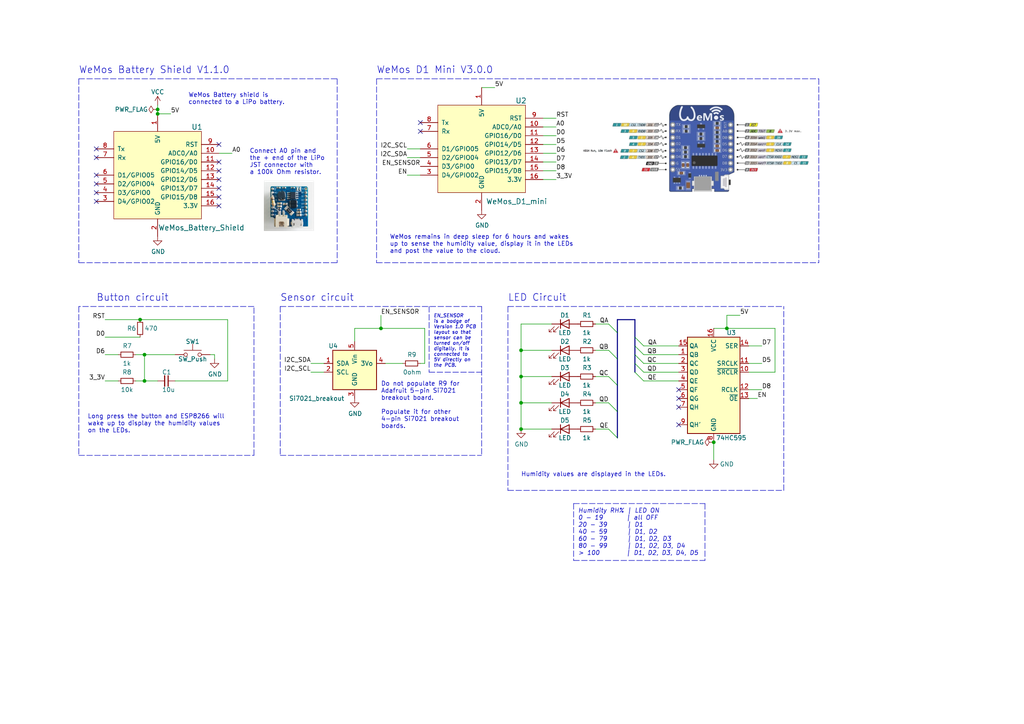
<source format=kicad_sch>
(kicad_sch (version 20211123) (generator eeschema)
  (paper "A4")
  (title_block (title "Cactus") (date "2019-03-27") (rev "V1.0") (company "Cactus@Hutscape") (comment 1 "Kitchen cupboard humidity sensor"))
  (lib_symbols
    (symbol "74xx:74HC595"
      (property "Reference" "U" (at -7.62 13.97 0))
      (property "Value" "74HC595" (at -7.62 -16.51 0))
      (symbol "74HC595_1_0"
        (pin tri_state line (at 10.16 7.62 180) (length 2.54) (name "QB") (number "1"))
        (pin input line (at -10.16 2.54 0) (length 2.54) (name "~{SRCLR}") (number "10"))
        (pin input line (at -10.16 5.08 0) (length 2.54) (name "SRCLK") (number "11"))
        (pin input line (at -10.16 -2.54 0) (length 2.54) (name "RCLK") (number "12"))
        (pin input line (at -10.16 -5.08 0) (length 2.54) (name "~{OE}") (number "13"))
        (pin input line (at -10.16 10.16 0) (length 2.54) (name "SER") (number "14"))
        (pin tri_state line (at 10.16 10.16 180) (length 2.54) (name "QA") (number "15"))
        (pin power_in line (at 0 15.24 270) (length 2.54) (name "VCC") (number "16"))
        (pin tri_state line (at 10.16 5.08 180) (length 2.54) (name "QC") (number "2"))
        (pin tri_state line (at 10.16 2.54 180) (length 2.54) (name "QD") (number "3"))
        (pin tri_state line (at 10.16 0 180) (length 2.54) (name "QE") (number "4"))
        (pin tri_state line (at 10.16 -2.54 180) (length 2.54) (name "QF") (number "5"))
        (pin tri_state line (at 10.16 -5.08 180) (length 2.54) (name "QG") (number "6"))
        (pin tri_state line (at 10.16 -7.62 180) (length 2.54) (name "QH") (number "7"))
        (pin power_in line (at 0 -17.78 90) (length 2.54) (name "GND") (number "8"))
        (pin output line (at 10.16 -12.7 180) (length 2.54) (name "QH'") (number "9"))
      )
      (symbol "74HC595_1_1"
        (rectangle (start -7.62 12.7) (end 7.62 -15.24) (stroke (width 0.254)) (fill (type background)))
      )
    )
    (symbol "Device:C_Small" (pin_numbers hide) (pin_names (offset 0.254) hide)
      (property "Reference" "C" (at 0.254 1.778 0))
      (property "Value" "C_Small" (at 0.254 -2.032 0))
      (symbol "C_Small_0_1"
        (polyline (pts (xy -1.524 -0.508) (xy 1.524 -0.508)) (stroke (width 0.3302)))
        (polyline (pts (xy -1.524 0.508) (xy 1.524 0.508)) (stroke (width 0.3048)))
      )
      (symbol "C_Small_1_1"
        (pin passive line (at 0 2.54 270) (length 2.032) (name "~") (number "1"))
        (pin passive line (at 0 -2.54 90) (length 2.032) (name "~") (number "2"))
      )
    )
    (symbol "Device:LED" (pin_numbers hide) (pin_names (offset 1.016) hide)
      (property "Reference" "D" (at 0 2.54 0))
      (property "Value" "LED" (at 0 -2.54 0))
      (symbol "LED_0_1"
        (polyline (pts (xy -1.27 -1.27) (xy -1.27 1.27)) (stroke (width 0.254)))
        (polyline (pts (xy -1.27 0) (xy 1.27 0)))
        (polyline (pts (xy 1.27 -1.27) (xy 1.27 1.27) (xy -1.27 0) (xy 1.27 -1.27)) (stroke (width 0.254)))
        (polyline (pts (xy -3.048 -0.762) (xy -4.572 -2.286) (xy -3.81 -2.286) (xy -4.572 -2.286) (xy -4.572 -1.524)))
        (polyline (pts (xy -1.778 -0.762) (xy -3.302 -2.286) (xy -2.54 -2.286) (xy -3.302 -2.286) (xy -3.302 -1.524)))
      )
      (symbol "LED_1_1"
        (pin passive line (at -3.81 0 0) (length 2.54) (name "K") (number "1"))
        (pin passive line (at 3.81 0 180) (length 2.54) (name "A") (number "2"))
      )
    )
    (symbol "Device:R_Small" (pin_numbers hide) (pin_names (offset 0.254) hide)
      (property "Reference" "R" (at 0.762 0.508 0))
      (property "Value" "R_Small" (at 0.762 -1.016 0))
      (symbol "R_Small_0_1"
        (rectangle (start -0.762 1.778) (end 0.762 -1.778) (stroke (width 0.2032)))
      )
      (symbol "R_Small_1_1"
        (pin passive line (at 0 2.54 270) (length 0.762) (name "~") (number "1"))
        (pin passive line (at 0 -2.54 90) (length 0.762) (name "~") (number "2"))
      )
    )
    (symbol "Si7021_Breakout_board:Si7021_breakout" (pin_names (offset 1.016))
      (property "Reference" "U" (at -6.35 7.62 0))
      (property "Value" "Si7021_breakout" (at 8.89 -8.89 0))
      (symbol "Si7021_breakout_0_1"
        (rectangle (start -6.35 5.08) (end 6.35 -6.35) (stroke (width 0.254)) (fill (type background)))
      )
      (symbol "Si7021_breakout_1_1"
        (pin bidirectional line (at -8.89 1.27 0) (length 2.54) (name "SDA") (number "1"))
        (pin input line (at -8.89 -1.27 0) (length 2.54) (name "SCL") (number "2"))
        (pin power_in line (at 0 -8.89 90) (length 2.54) (name "GND") (number "3"))
        (pin power_out line (at 8.89 1.27 180) (length 2.54) (name "3Vo") (number "4"))
        (pin power_in line (at 0 7.62 270) (length 2.54) (name "Vin") (number "5"))
      )
    )
    (symbol "Switch:SW_Push" (pin_numbers hide) (pin_names (offset 1.016) hide)
      (property "Reference" "SW" (at 1.27 2.54 0))
      (property "Value" "SW_Push" (at 0 -1.524 0))
      (symbol "SW_Push_0_1"
        (circle (center -2.032 0) (radius 0.508))
        (polyline (pts (xy 0 1.27) (xy 0 3.048)))
        (polyline (pts (xy 2.54 1.27) (xy -2.54 1.27)))
        (circle (center 2.032 0) (radius 0.508))
        (pin passive line (at -5.08 0 0) (length 2.54) (name "1") (number "1"))
        (pin passive line (at 5.08 0 180) (length 2.54) (name "2") (number "2"))
      )
    )
    (symbol "WeMos_D1_Mini_board:WeMos_Battery_Shield" (pin_names (offset 1.016))
      (property "Reference" "U" (at 11.43 13.97 0))
      (property "Value" "WeMos_Battery_Shield" (at 13.97 -13.97 0))
      (property "Datasheet" "http://www.wemos.cc/Products/d1_mini.html" (at 10.16 -17.78 0))
      (symbol "WeMos_Battery_Shield_0_1"
        (rectangle (start -12.7 12.7) (end 12.7 -12.7) (fill (type background)))
      )
      (symbol "WeMos_Battery_Shield_1_1"
        (pin power_in line (at 0 17.78 270) (length 5.08) (name "5V") (number "1"))
        (pin passive line (at 17.78 6.35 180) (length 5.08) (name "ADC0/A0") (number "10"))
        (pin passive line (at 17.78 3.81 180) (length 5.08) (name "GPIO16/D0") (number "11"))
        (pin passive line (at 17.78 1.27 180) (length 5.08) (name "GPIO14/D5") (number "12"))
        (pin passive line (at 17.78 -1.27 180) (length 5.08) (name "GPIO12/D6") (number "13"))
        (pin passive line (at 17.78 -3.81 180) (length 5.08) (name "GPIO13/D7") (number "14"))
        (pin passive line (at 17.78 -6.35 180) (length 5.08) (name "GPIO15/D8") (number "15"))
        (pin passive line (at 17.78 -8.89 180) (length 5.08) (name "3.3V") (number "16"))
        (pin power_in line (at 0 -17.78 90) (length 5.08) (name "GND") (number "2"))
        (pin passive line (at -17.78 -7.62 0) (length 5.08) (name "D4/GPIO02") (number "3"))
        (pin passive line (at -17.78 -5.08 0) (length 5.08) (name "D3/GPIO0") (number "4"))
        (pin passive line (at -17.78 -2.54 0) (length 5.08) (name "D2/GPIO04") (number "5"))
        (pin passive line (at -17.78 0 0) (length 5.08) (name "D1/GPIO05") (number "6"))
        (pin passive line (at -17.78 5.08 0) (length 5.08) (name "Rx") (number "7"))
        (pin passive line (at -17.78 7.62 0) (length 5.08) (name "Tx") (number "8"))
        (pin passive line (at 17.78 8.89 180) (length 5.08) (name "RST") (number "9"))
      )
    )
    (symbol "WeMos_D1_Mini_board:WeMos_D1_mini" (pin_names (offset 1.016))
      (property "Reference" "U" (at 11.43 13.97 0))
      (property "Value" "WeMos_D1_mini" (at 8.89 -13.97 0))
      (property "Datasheet" "http://www.wemos.cc/Products/d1_mini.html" (at 10.16 -17.78 0))
      (symbol "WeMos_D1_mini_0_1"
        (rectangle (start -12.7 12.7) (end 12.7 -12.7) (fill (type background)))
      )
      (symbol "WeMos_D1_mini_1_1"
        (pin power_in line (at 0 17.78 270) (length 5.08) (name "5V") (number "1"))
        (pin bidirectional line (at 17.78 6.35 180) (length 5.08) (name "ADC0/A0") (number "10"))
        (pin bidirectional line (at 17.78 3.81 180) (length 5.08) (name "GPIO16/D0") (number "11"))
        (pin bidirectional line (at 17.78 1.27 180) (length 5.08) (name "GPIO14/D5") (number "12"))
        (pin bidirectional line (at 17.78 -1.27 180) (length 5.08) (name "GPIO12/D6") (number "13"))
        (pin bidirectional line (at 17.78 -3.81 180) (length 5.08) (name "GPIO13/D7") (number "14"))
        (pin bidirectional line (at 17.78 -6.35 180) (length 5.08) (name "GPIO15/D8") (number "15"))
        (pin power_out line (at 17.78 -8.89 180) (length 5.08) (name "3.3V") (number "16"))
        (pin power_in line (at 0 -17.78 90) (length 5.08) (name "GND") (number "2"))
        (pin bidirectional line (at -17.78 -7.62 0) (length 5.08) (name "D4/GPIO02") (number "3"))
        (pin bidirectional line (at -17.78 -5.08 0) (length 5.08) (name "D3/GPIO0") (number "4"))
        (pin bidirectional line (at -17.78 -2.54 0) (length 5.08) (name "D2/GPIO04") (number "5"))
        (pin bidirectional line (at -17.78 0 0) (length 5.08) (name "D1/GPIO05") (number "6"))
        (pin bidirectional line (at -17.78 5.08 0) (length 5.08) (name "Rx") (number "7"))
        (pin bidirectional line (at -17.78 7.62 0) (length 5.08) (name "Tx") (number "8"))
        (pin bidirectional line (at 17.78 8.89 180) (length 5.08) (name "RST") (number "9"))
      )
    )
    (symbol "power:GND" (power) (pin_names (offset 0))
      (property "Value" "GND" (at 0 -3.81 0))
      (symbol "GND_0_1"
        (polyline (pts (xy 0 0) (xy 0 -1.27) (xy 1.27 -1.27) (xy 0 -2.54) (xy -1.27 -1.27) (xy 0 -1.27)))
      )
      (symbol "GND_1_1"
        (pin power_in line (at 0 0 270) (length 0) hide (name "GND") (number "1"))
      )
    )
    (symbol "power:PWR_FLAG" (power) (pin_numbers hide) (pin_names (offset 0) hide)
      (property "Value" "PWR_FLAG" (at 0 3.81 0))
      (symbol "PWR_FLAG_0_0"
        (pin power_out line (at 0 0 90) (length 0) (name "pwr") (number "1"))
      )
      (symbol "PWR_FLAG_0_1"
        (polyline (pts (xy 0 0) (xy 0 1.27) (xy -1.016 1.905) (xy 0 2.54) (xy 1.016 1.905) (xy 0 1.27)))
      )
    )
    (symbol "power:VCC" (power) (pin_names (offset 0))
      (property "Value" "VCC" (at 0 3.81 0))
      (symbol "VCC_0_1"
        (polyline (pts (xy -0.762 1.27) (xy 0 2.54)))
        (polyline (pts (xy 0 0) (xy 0 2.54)))
        (polyline (pts (xy 0 2.54) (xy 0.762 1.27)))
      )
      (symbol "VCC_1_1"
        (pin power_in line (at 0 0 90) (length 0) hide (name "VCC") (number "1"))
      )
    )
  )
  (junction (at 151.13 101.6))
  (junction (at 210.82 95.25))
  (junction (at 151.13 124.46))
  (junction (at 45.72 33.02))
  (junction (at 110.49 95.25))
  (junction (at 151.13 116.84))
  (junction (at 40.64 92.71))
  (junction (at 151.13 109.22))
  (junction (at 41.91 110.49))
  (junction (at 41.91 102.87))
  (junction (at 207.01 128.27))
  (junction (at 45.72 31.75))
  (no_connect (at 27.94 55.88))
  (no_connect (at 63.5 46.99))
  (no_connect (at 121.92 38.1))
  (no_connect (at 63.5 49.53))
  (no_connect (at 121.92 35.56))
  (no_connect (at 196.85 123.19))
  (no_connect (at 63.5 54.61))
  (no_connect (at 27.94 45.72))
  (no_connect (at 196.85 115.57))
  (no_connect (at 27.94 43.18))
  (no_connect (at 196.85 113.03))
  (no_connect (at 63.5 52.07))
  (no_connect (at 27.94 58.42))
  (no_connect (at 63.5 41.91))
  (no_connect (at 196.85 118.11))
  (no_connect (at 27.94 53.34))
  (no_connect (at 27.94 50.8))
  (no_connect (at 63.5 57.15))
  (no_connect (at 63.5 59.69))
  (bus_entry (at 184.15 100.33) (size 2.54 2.54))
  (bus_entry (at 184.15 105.41) (size 2.54 2.54))
  (bus_entry (at 184.15 102.87) (size 2.54 2.54))
  (bus_entry (at 176.53 124.46) (size 2.54 2.54))
  (bus_entry (at 184.15 107.95) (size 2.54 2.54))
  (bus_entry (at 176.53 93.98) (size 2.54 2.54))
  (bus_entry (at 176.53 116.84) (size 2.54 2.54))
  (bus_entry (at 176.53 109.22) (size 2.54 2.54))
  (bus_entry (at 176.53 101.6) (size 2.54 2.54))
  (bus_entry (at 184.15 97.79) (size 2.54 2.54))
  (polyline (pts (xy 22.86 132.08) (xy 73.66 132.08)))
  (polyline (pts (xy 22.86 76.2) (xy 97.79 76.2)))
  (bus (pts (xy 184.15 102.87) (xy 184.15 105.41)))
  (polyline (pts (xy 97.79 22.86) (xy 97.79 76.2)))
  (wire (pts (xy 157.48 46.99) (xy 161.29 46.99)))
  (wire (pts (xy 186.69 107.95) (xy 196.85 107.95)))
  (wire (pts (xy 151.13 101.6) (xy 160.02 101.6)))
  (wire (pts (xy 210.82 91.44) (xy 214.63 91.44)))
  (polyline (pts (xy 166.37 146.05) (xy 204.47 146.05)))
  (wire (pts (xy 45.72 33.02) (xy 49.53 33.02)))
  (wire (pts (xy 40.64 92.71) (xy 66.04 92.71)))
  (wire (pts (xy 172.72 109.22) (xy 176.53 109.22)))
  (wire (pts (xy 40.64 97.79) (xy 30.48 97.79)))
  (wire (pts (xy 172.72 116.84) (xy 176.53 116.84)))
  (wire (pts (xy 172.72 124.46) (xy 176.53 124.46)))
  (wire (pts (xy 102.87 95.25) (xy 102.87 99.06)))
  (polyline (pts (xy 227.33 142.24) (xy 227.33 88.9)))
  (bus (pts (xy 184.15 100.33) (xy 184.15 102.87)))
  (wire (pts (xy 186.69 100.33) (xy 196.85 100.33)))
  (wire (pts (xy 39.37 110.49) (xy 41.91 110.49)))
  (wire (pts (xy 151.13 116.84) (xy 151.13 124.46)))
  (wire (pts (xy 217.17 115.57) (xy 219.71 115.57)))
  (bus (pts (xy 184.15 105.41) (xy 184.15 107.95)))
  (wire (pts (xy 210.82 95.25) (xy 210.82 91.44)))
  (wire (pts (xy 217.17 107.95) (xy 224.79 107.95)))
  (wire (pts (xy 186.69 105.41) (xy 196.85 105.41)))
  (wire (pts (xy 66.04 92.71) (xy 66.04 110.49)))
  (wire (pts (xy 157.48 49.53) (xy 161.29 49.53)))
  (wire (pts (xy 34.29 110.49) (xy 30.48 110.49)))
  (wire (pts (xy 157.48 44.45) (xy 161.29 44.45)))
  (wire (pts (xy 41.91 102.87) (xy 41.91 110.49)))
  (wire (pts (xy 41.91 102.87) (xy 50.8 102.87)))
  (polyline (pts (xy 124.46 107.95) (xy 139.7 107.95)))
  (polyline (pts (xy 166.37 146.05) (xy 166.37 162.56)))
  (wire (pts (xy 90.17 107.95) (xy 93.98 107.95)))
  (bus (pts (xy 184.15 92.71) (xy 184.15 97.79)))
  (wire (pts (xy 93.98 105.41) (xy 90.17 105.41)))
  (wire (pts (xy 151.13 124.46) (xy 160.02 124.46)))
  (polyline (pts (xy 147.32 88.9) (xy 227.33 88.9)))
  (wire (pts (xy 217.17 105.41) (xy 220.98 105.41)))
  (wire (pts (xy 139.7 25.4) (xy 143.51 25.4)))
  (bus (pts (xy 179.07 119.38) (xy 179.07 127)))
  (wire (pts (xy 121.92 45.72) (xy 118.11 45.72)))
  (wire (pts (xy 207.01 95.25) (xy 210.82 95.25)))
  (wire (pts (xy 157.48 36.83) (xy 161.29 36.83)))
  (wire (pts (xy 62.23 102.87) (xy 62.23 104.14)))
  (wire (pts (xy 157.48 41.91) (xy 161.29 41.91)))
  (bus (pts (xy 179.07 104.14) (xy 179.07 111.76)))
  (wire (pts (xy 110.49 95.25) (xy 110.49 91.44)))
  (polyline (pts (xy 166.37 162.56) (xy 204.47 162.56)))
  (polyline (pts (xy 73.66 88.9) (xy 22.86 88.9)))
  (wire (pts (xy 110.49 95.25) (xy 123.19 95.25)))
  (wire (pts (xy 207.01 128.27) (xy 207.01 133.35)))
  (wire (pts (xy 123.19 95.25) (xy 123.19 105.41)))
  (wire (pts (xy 63.5 44.45) (xy 67.31 44.45)))
  (wire (pts (xy 186.69 102.87) (xy 196.85 102.87)))
  (wire (pts (xy 39.37 102.87) (xy 41.91 102.87)))
  (polyline (pts (xy 204.47 146.05) (xy 204.47 162.56)))
  (polyline (pts (xy 22.86 88.9) (xy 22.86 132.08)))
  (wire (pts (xy 224.79 95.25) (xy 224.79 107.95)))
  (bus (pts (xy 184.15 97.79) (xy 184.15 100.33)))
  (polyline (pts (xy 81.28 88.9) (xy 81.28 132.08)))
  (wire (pts (xy 121.92 43.18) (xy 118.11 43.18)))
  (polyline (pts (xy 81.28 132.08) (xy 139.7 132.08)))
  (bus (pts (xy 179.07 92.71) (xy 179.07 96.52)))
  (polyline (pts (xy 22.86 22.86) (xy 97.79 22.86)))
  (wire (pts (xy 151.13 116.84) (xy 160.02 116.84)))
  (wire (pts (xy 186.69 110.49) (xy 196.85 110.49)))
  (polyline (pts (xy 147.32 88.9) (xy 147.32 142.24)))
  (polyline (pts (xy 81.28 88.9) (xy 139.7 88.9)))
  (wire (pts (xy 123.19 105.41) (xy 121.92 105.41)))
  (wire (pts (xy 34.29 102.87) (xy 30.48 102.87)))
  (wire (pts (xy 41.91 110.49) (xy 45.72 110.49)))
  (wire (pts (xy 151.13 93.98) (xy 160.02 93.98)))
  (wire (pts (xy 210.82 95.25) (xy 224.79 95.25)))
  (wire (pts (xy 60.96 102.87) (xy 62.23 102.87)))
  (wire (pts (xy 151.13 109.22) (xy 160.02 109.22)))
  (bus (pts (xy 179.07 111.76) (xy 179.07 119.38)))
  (wire (pts (xy 217.17 113.03) (xy 220.98 113.03)))
  (wire (pts (xy 151.13 93.98) (xy 151.13 101.6)))
  (wire (pts (xy 151.13 109.22) (xy 151.13 116.84)))
  (wire (pts (xy 45.72 30.48) (xy 45.72 31.75)))
  (wire (pts (xy 151.13 101.6) (xy 151.13 109.22)))
  (wire (pts (xy 40.64 92.71) (xy 30.48 92.71)))
  (polyline (pts (xy 109.22 22.86) (xy 109.22 76.2)))
  (polyline (pts (xy 22.86 22.86) (xy 22.86 76.2)))
  (polyline (pts (xy 73.66 132.08) (xy 73.66 88.9)))
  (polyline (pts (xy 109.22 22.86) (xy 237.49 22.86)))
  (polyline (pts (xy 237.49 22.86) (xy 237.49 76.2)))
  (wire (pts (xy 102.87 95.25) (xy 110.49 95.25)))
  (wire (pts (xy 157.48 34.29) (xy 161.29 34.29)))
  (bus (pts (xy 179.07 96.52) (xy 179.07 104.14)))
  (polyline (pts (xy 109.22 76.2) (xy 237.49 76.2)))
  (polyline (pts (xy 139.7 88.9) (xy 139.7 132.08)))
  (wire (pts (xy 157.48 39.37) (xy 161.29 39.37)))
  (polyline (pts (xy 124.46 88.9) (xy 124.46 107.95)))
  (wire (pts (xy 121.92 50.8) (xy 118.11 50.8)))
  (wire (pts (xy 172.72 101.6) (xy 176.53 101.6)))
  (wire (pts (xy 172.72 93.98) (xy 176.53 93.98)))
  (wire (pts (xy 45.72 31.75) (xy 45.72 33.02)))
  (wire (pts (xy 157.48 52.07) (xy 161.29 52.07)))
  (wire (pts (xy 111.76 105.41) (xy 116.84 105.41)))
  (wire (pts (xy 217.17 100.33) (xy 220.98 100.33)))
  (bus (pts (xy 179.07 92.71) (xy 184.15 92.71)))
  (wire (pts (xy 66.04 110.49) (xy 50.8 110.49)))
  (polyline (pts (xy 147.32 142.24) (xy 227.33 142.24)))
  (image (at 201.93 43.18))
  (image (at 83.82 59.69) (scale 0.2))
  (text "Long press the button and ESP8266 will \nwake up to display the humidity values \non the LEDs." (at 25.4 125.73 0) (effects (font (size 1.27 1.27)) (justify left bottom)))
  (text "Humidity values are displayed in the LEDs." (at 151.13 138.43 0) (effects (font (size 1.27 1.27)) (justify left bottom)))
  (text "Do not populate R9 for \nAdafruit 5-pin Si7021 \nbreakout board. \n\nPopulate it for other \n4-pin Si7021 breakout \nboards." (at 110.49 124.46 0) (effects (font (size 1.27 1.27)) (justify left bottom)))
  (text "EN_SENSOR\nis a bodge of \nVersion 1.0 PCB \nlayout so that\nsensor can be \nturned on/off\ndigitally. It is \nconnected to \n5V directly on\nthe PCB." (at 125.73 106.68 0) (effects (font (size 0.9906 0.9906) italic) (justify left bottom)))
  (text "WeMos Battery shield is \nconnected to a LiPo battery." (at 54.61 30.48 0) (effects (font (size 1.27 1.27)) (justify left bottom)))
  (text "Connect A0 pin and \nthe + end of the LiPo \nJST connector with \na 100k Ohm resistor." (at 72.39 50.8 0) (effects (font (size 1.27 1.27)) (justify left bottom)))
  (text "WeMos D1 Mini V3.0.0" (at 109.22 21.59 0) (effects (font (size 2.0066 2.0066)) (justify left bottom)))
  (text "LED Circuit" (at 147.32 87.63 0) (effects (font (size 2.0066 2.0066)) (justify left bottom)))
  (text "Button circuit" (at 27.94 87.63 0) (effects (font (size 2.0066 2.0066)) (justify left bottom)))
  (text "WeMos Battery Shield V1.1.0" (at 22.86 21.59 0) (effects (font (size 2.0066 2.0066)) (justify left bottom)))
  (text "WeMos remains in deep sleep for 6 hours and wakes \nup to sense the humidity value, display it in the LEDs \nand post the value to the cloud." (at 113.03 73.66 0) (effects (font (size 1.27 1.27)) (justify left bottom)))
  (text "Sensor circuit" (at 81.28 87.63 0) (effects (font (size 2.0066 2.0066)) (justify left bottom)))
  (text "Humidity RH% | LED ON\n0 - 19       | all OFF\n20 - 39      | D1\n40 - 59      | D1, D2\n60 - 79      | D1, D2, D3\n80 - 99      | D1, D2, D3, D4\n> 100        | D1, D2, D3, D4, D5" (at 167.64 161.29 0) (effects (font (size 1.27 1.27) italic) (justify left bottom)))
  (label "3_3V" (at 161.29 52.07 0))
  (label "D8" (at 220.98 113.03 0))
  (label "D5" (at 220.98 105.41 0))
  (label "EN" (at 118.11 50.8 180))
  (label "A0" (at 67.31 44.45 0))
  (label "D8" (at 161.29 49.53 0))
  (label "RST" (at 161.29 34.29 0))
  (label "5V" (at 214.63 91.44 0))
  (label "5V" (at 49.53 33.02 0))
  (label "D7" (at 220.98 100.33 0))
  (label "QE" (at 176.53 124.46 180))
  (label "I2C_SCL" (at 90.17 107.95 180))
  (label "EN_SENSOR" (at 121.92 48.26 180))
  (label "QC" (at 190.5 105.41 180))
  (label "I2C_SCL" (at 118.11 43.18 180))
  (label "D6" (at 161.29 44.45 0))
  (label "QB" (at 176.53 101.6 180))
  (label "QE" (at 190.5 110.49 180))
  (label "3_3V" (at 30.48 110.49 180))
  (label "QA" (at 176.53 93.98 180))
  (label "D7" (at 161.29 46.99 0))
  (label "QC" (at 176.53 109.22 180))
  (label "D6" (at 30.48 102.87 180))
  (label "QD" (at 190.5 107.95 180))
  (label "D0" (at 161.29 39.37 0))
  (label "D0" (at 30.48 97.79 180))
  (label "I2C_SDA" (at 118.11 45.72 180))
  (label "QB" (at 190.5 102.87 180))
  (label "EN_SENSOR" (at 110.49 91.44 0))
  (label "QA" (at 190.5 100.33 180))
  (label "QD" (at 176.53 116.84 180))
  (label "5V" (at 143.51 25.4 0))
  (label "A0" (at 161.29 36.83 0))
  (label "RST" (at 30.48 92.71 180))
  (label "I2C_SDA" (at 90.17 105.41 180))
  (label "EN" (at 219.71 115.57 0))
  (label "D5" (at 161.29 41.91 0))
  (symbol (lib_id "74xx:74HC595") (at 207.01 110.49 0) (mirror y) (unit 1)
    (property "Reference" "U3" (at 212.09 96.52 0))
    (property "Value" "74HC595" (at 212.09 127 0))
    (property "Footprint" "Package_SO:SOIC-16_3.9x9.9mm_P1.27mm" (effects hide))
    (property "Datasheet" "http://www.ti.com/lit/ds/symlink/sn74hc595.pdf" (effects hide))
  )
  (symbol (lib_id "Device:R_Small") (at 40.64 95.25 0) (unit 1)
    (property "Reference" "R6" (at 36.83 95.25 0) (effects (justify left)))
    (property "Value" "470" (at 41.91 95.25 0) (effects (justify left)))
    (property "Footprint" "Resistor_SMD:R_0805_2012Metric_Pad1.15x1.40mm_HandSolder" (effects hide))
    (property "Datasheet" "https://www.mouser.sg/datasheet/2/427/crcwce3-1223726.pdf" (effects hide))
  )
  (symbol (lib_id "Device:R_Small") (at 36.83 102.87 270) (unit 1)
    (property "Reference" "R7" (at 35.56 100.33 90) (effects (justify left)))
    (property "Value" "1k" (at 35.56 105.41 90) (effects (justify left)))
    (property "Footprint" "Resistor_SMD:R_0805_2012Metric_Pad1.15x1.40mm_HandSolder" (effects hide))
  )
  (symbol (lib_id "Device:R_Small") (at 36.83 110.49 270) (unit 1)
    (property "Reference" "R8" (at 36.83 107.95 90))
    (property "Value" "10k" (at 36.83 113.03 90))
    (property "Footprint" "Resistor_SMD:R_0805_2012Metric_Pad1.15x1.40mm_HandSolder" (effects hide))
    (property "Datasheet" "https://www.mouser.sg/datasheet/2/427/crcwce3-1223726.pdf" (effects hide))
  )
  (symbol (lib_id "Device:C_Small") (at 48.26 110.49 270) (unit 1)
    (property "Reference" "C1" (at 46.99 107.95 90) (effects (justify left)))
    (property "Value" "10u" (at 46.99 113.03 90) (effects (justify left)))
    (property "Footprint" "Capacitor_SMD:C_0805_2012Metric_Pad1.15x1.40mm_HandSolder" (effects hide))
    (property "Datasheet" "https://www.mouser.sg/datasheet/2/396/taiyo_yuden_12132018_mlcc11_hq_e-1510082.pdf" (effects hide))
  )
  (symbol (lib_id "Switch:SW_Push") (at 55.88 102.87 0) (unit 1)
    (property "Reference" "SW1" (at 55.88 99.06 0))
    (property "Value" "SW_Push" (at 55.88 104.14 0))
    (property "Footprint" "Button_Switch_SMD:SW_SPST_EVPBF" (effects hide))
  )
  (symbol (lib_id "power:GND") (at 62.23 104.14 0) (unit 1)
    (property "Reference" "#PWR04" (effects hide))
    (property "Value" "GND" (at 62.357 108.5342 0))
  )
  (symbol (lib_id "power:GND") (at 139.7 60.96 0) (unit 1)
    (property "Reference" "#PWR05" (effects hide))
    (property "Value" "GND" (at 139.827 65.3542 0))
  )
  (symbol (lib_id "power:GND") (at 207.01 133.35 0) (unit 1)
    (property "Reference" "#PWR07" (effects hide))
    (property "Value" "GND" (at 210.82 134.62 0))
  )
  (symbol (lib_id "Device:LED") (at 163.83 93.98 0) (unit 1)
    (property "Reference" "D1" (at 163.83 91.44 0))
    (property "Value" "LED" (at 163.83 96.52 0))
    (property "Footprint" "LED_SMD:LED_0805_2012Metric_Pad1.15x1.40mm_HandSolder" (effects hide))
    (property "Datasheet" "https://www.mouser.sg/datasheet/2/445/150080RS75000-368622.pdf" (effects hide))
  )
  (symbol (lib_id "Device:LED") (at 163.83 101.6 0) (unit 1)
    (property "Reference" "D2" (at 163.83 99.06 0))
    (property "Value" "LED" (at 163.83 104.14 0))
    (property "Footprint" "LED_SMD:LED_0805_2012Metric_Pad1.15x1.40mm_HandSolder" (effects hide))
    (property "Datasheet" "https://www.mouser.sg/datasheet/2/445/150080RS75000-368622.pdf" (effects hide))
  )
  (symbol (lib_id "Device:LED") (at 163.83 109.22 0) (unit 1)
    (property "Reference" "D3" (at 163.83 106.68 0))
    (property "Value" "LED" (at 163.83 111.76 0))
    (property "Footprint" "LED_SMD:LED_0805_2012Metric_Pad1.15x1.40mm_HandSolder" (effects hide))
    (property "Datasheet" "https://www.mouser.sg/datasheet/2/445/150080RS75000-368622.pdf" (effects hide))
  )
  (symbol (lib_id "Device:LED") (at 163.83 116.84 0) (unit 1)
    (property "Reference" "D4" (at 163.83 114.3 0))
    (property "Value" "LED" (at 163.83 119.38 0))
    (property "Footprint" "LED_SMD:LED_0805_2012Metric_Pad1.15x1.40mm_HandSolder" (effects hide))
    (property "Datasheet" "https://www.mouser.sg/datasheet/2/445/150080RS75000-368622.pdf" (effects hide))
  )
  (symbol (lib_id "Device:LED") (at 163.83 124.46 0) (unit 1)
    (property "Reference" "D5" (at 163.83 121.92 0))
    (property "Value" "LED" (at 163.83 127 0))
    (property "Footprint" "LED_SMD:LED_0805_2012Metric_Pad1.15x1.40mm_HandSolder" (effects hide))
    (property "Datasheet" "https://www.mouser.sg/datasheet/2/445/150080RS75000-368622.pdf" (effects hide))
  )
  (symbol (lib_id "power:PWR_FLAG") (at 45.72 31.75 90) (unit 1)
    (property "Reference" "#FLG01" (effects hide))
    (property "Value" "PWR_FLAG" (at 38.1 31.75 90))
  )
  (symbol (lib_id "Device:R_Small") (at 170.18 93.98 270) (unit 1)
    (property "Reference" "R1" (at 168.91 91.44 90) (effects (justify left)))
    (property "Value" "1k" (at 168.91 96.52 90) (effects (justify left)))
    (property "Footprint" "Resistor_SMD:R_0805_2012Metric_Pad1.15x1.40mm_HandSolder" (effects hide))
  )
  (symbol (lib_id "Device:R_Small") (at 170.18 101.6 270) (unit 1)
    (property "Reference" "R2" (at 168.91 99.06 90) (effects (justify left)))
    (property "Value" "1k" (at 168.91 104.14 90) (effects (justify left)))
    (property "Footprint" "Resistor_SMD:R_0805_2012Metric_Pad1.15x1.40mm_HandSolder" (effects hide))
  )
  (symbol (lib_id "Device:R_Small") (at 170.18 109.22 270) (unit 1)
    (property "Reference" "R3" (at 168.91 106.68 90) (effects (justify left)))
    (property "Value" "1k" (at 168.91 111.76 90) (effects (justify left)))
    (property "Footprint" "Resistor_SMD:R_0805_2012Metric_Pad1.15x1.40mm_HandSolder" (effects hide))
  )
  (symbol (lib_id "Device:R_Small") (at 170.18 116.84 270) (unit 1)
    (property "Reference" "R4" (at 168.91 114.3 90) (effects (justify left)))
    (property "Value" "1k" (at 168.91 119.38 90) (effects (justify left)))
    (property "Footprint" "Resistor_SMD:R_0805_2012Metric_Pad1.15x1.40mm_HandSolder" (effects hide))
  )
  (symbol (lib_id "Device:R_Small") (at 170.18 124.46 270) (unit 1)
    (property "Reference" "R5" (at 168.91 121.92 90) (effects (justify left)))
    (property "Value" "1k" (at 168.91 127 90) (effects (justify left)))
    (property "Footprint" "Resistor_SMD:R_0805_2012Metric_Pad1.15x1.40mm_HandSolder" (effects hide))
  )
  (symbol (lib_id "power:GND") (at 151.13 124.46 0) (unit 1)
    (property "Reference" "#PWR06" (effects hide))
    (property "Value" "GND" (at 151.257 128.8542 0))
  )
  (symbol (lib_id "power:GND") (at 45.72 68.58 0) (unit 1)
    (property "Reference" "#PWR03" (effects hide))
    (property "Value" "GND" (at 45.847 72.9742 0))
  )
  (symbol (lib_id "power:GND") (at 102.87 115.57 0) (unit 1)
    (property "Reference" "#PWR01" (effects hide))
    (property "Value" "GND" (at 102.997 119.9642 0))
  )
  (symbol (lib_id "power:VCC") (at 45.72 30.48 0) (unit 1)
    (property "Reference" "#PWR02" (effects hide))
    (property "Value" "VCC" (at 45.72 26.67 0))
  )
  (symbol (lib_id "power:PWR_FLAG") (at 207.01 128.27 90) (unit 1)
    (property "Reference" "#FLG02" (effects hide))
    (property "Value" "PWR_FLAG" (at 199.39 128.27 90))
  )
  (symbol (lib_id "WeMos_D1_Mini_board:WeMos_D1_mini") (at 139.7 43.18 0) (unit 1)
    (property "Reference" "U2" (at 151.13 29.21 0) (effects (font (size 1.524 1.524))))
    (property "Value" "WeMos_D1_mini" (at 149.86 58.42 0) (effects (font (size 1.524 1.524))))
    (property "Footprint" "WeMos:D1_mini_board" (effects hide))
    (property "Datasheet" "http://www.wemos.cc/Products/d1_mini.html" (effects hide))
  )
  (symbol (lib_id "Device:R_Small") (at 119.38 105.41 270) (unit 1)
    (property "Reference" "R9" (at 118.11 102.87 90) (effects (justify left)))
    (property "Value" "0ohm" (at 116.84 107.95 90) (effects (justify left)))
    (property "Footprint" "Resistor_SMD:R_0805_2012Metric_Pad1.15x1.40mm_HandSolder" (effects hide))
  )
  (symbol (lib_id "Si7021_Breakout_board:Si7021_breakout") (at 102.87 106.68 0) (unit 1)
    (property "Reference" "U4" (at 95.25 100.33 0) (effects (justify left)))
    (property "Value" "Si7021_breakout" (at 83.82 115.57 0) (effects (justify left)))
    (property "Datasheet" "https://learn.adafruit.com/adafruit-si7021-temperature-plus-humidity-sensor/overview" (effects hide))
  )
  (symbol (lib_id "WeMos_D1_Mini_board:WeMos_Battery_Shield") (at 45.72 50.8 0) (unit 1)
    (property "Reference" "U1" (at 57.15 36.83 0) (effects (font (size 1.524 1.524))))
    (property "Value" "WeMos_Battery_Shield" (at 58.42 66.04 0) (effects (font (size 1.524 1.524))))
    (property "Datasheet" "http://www.wemos.cc/Products/d1_mini.html" (effects hide))
  )
)
</source>
